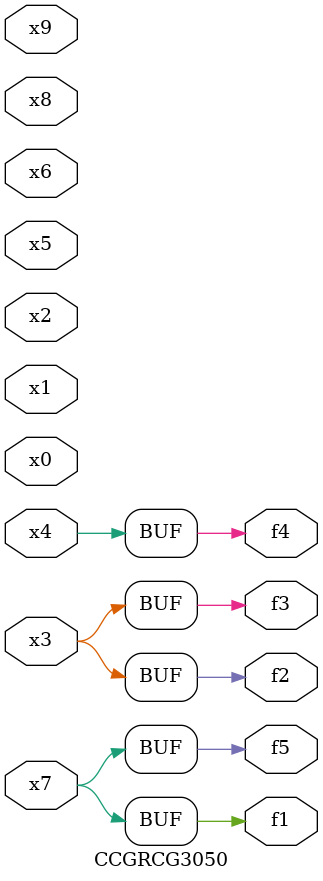
<source format=v>
module CCGRCG3050(
	input x0, x1, x2, x3, x4, x5, x6, x7, x8, x9,
	output f1, f2, f3, f4, f5
);
	assign f1 = x7;
	assign f2 = x3;
	assign f3 = x3;
	assign f4 = x4;
	assign f5 = x7;
endmodule

</source>
